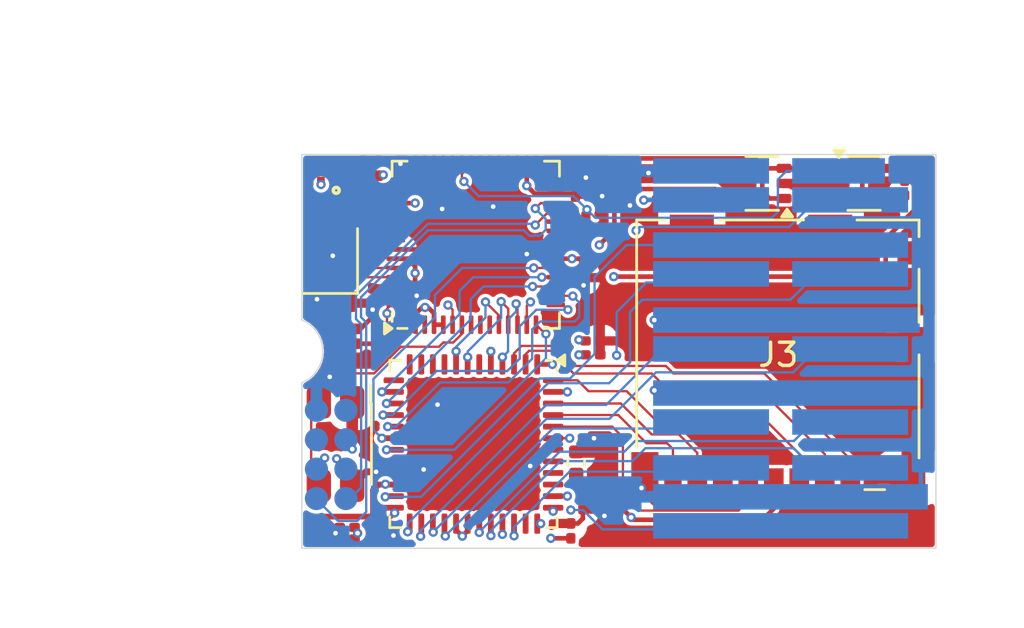
<source format=kicad_pcb>
(kicad_pcb (version 20240108) (generator "pcbnew") (generator_version "8.0")
  (title_block (title "MIG Flashcart") (date "2024-10-06") (rev "1") (company "Carlos Sabogal"))
  (layers (0 "F.Cu" signal) (1 "In1.Cu" signal) (2 "In2.Cu" signal) (31 "B.Cu" signal) (34 "B.Paste" user) (35 "F.Paste" user) (36 "B.SilkS" user "B.Silkscreen") (37 "F.SilkS" user "F.Silkscreen") (38 "B.Mask" user) (39 "F.Mask" user) (44 "Edge.Cuts" user))
  (net 0 "")
  (net 3 "GND")
  (net 6 "VCC")
  (net 7 "GPIO33")
  (net 22 "XTAL_P")
  (net 31 "XTAL_N")
  (net 44 "IOB_9b")
  (net 45 "IOB_3b")
  (net 46 "IOB_0a")
  (net 47 "IOB_6a")
  (net 48 "IOB_5b")
  (net 49 "IOB_4a")
  (net 50 "GPIO10")
  (net 51 "GPIO11")
  (net 52 "GPIO0")
  (net 53 "GPIO14")
  (net 54 "GPIO5")
  (net 55 "GPIO7")
  (net 56 "GPIO6")
  (net 57 "GPIO8")
  (net 58 "GPIO13")
  (net 59 "GPIO12")
  (net 60 "GPIO9")
  (net 61 "GPIO1")
  (net 62 "GPIO20")
  (net 63 "GPIO19")
  (net 64 "IOT_37a")
  (net 65 "IOT_41a")
  (net 66 "IOT_38b")
  (net 67 "IOT_39a")
  (net 68 "IOT_36b")
  (net 69 "IOT_44b")
  (net 70 "IOT_43a")
  (net 71 "IOT_42b")
  (net 72 "+2V5")
  (net 73 "+1V8")
  (net 74 "+1V2")
  (net 75 "CHIP_PU")
  (net 76 "MTDO")
  (net 77 "MTDI")
  (net 78 "MTMS")
  (net 79 "Net-(D1-GK)")
  (net 80 "Net-(D1-RK)")
  (net 81 "Net-(D1-BK)")
  (net 84 "IOT_49a")
  (net 85 "IOT_45a")
  (net 86 "IOT_48b")
  (net 87 "IOT_50b")
  (footprint "Capacitor_SMD:C_0201_0603Metric" (layer "F.Cu") (at 135.3 113.1)
    (property "Reference" "C3" (hide yes))
    (property "Value" "C")
  )
  (footprint "Capacitor_SMD:C_0201_0603Metric" (layer "F.Cu") (at 134.3 104.35 90)
    (property "Reference" "C9" (hide yes))
    (property "Value" "C")
  )
  (footprint "Capacitor_SMD:C_0201_0603Metric" (layer "F.Cu") (at 144.5 105.15)
    (property "Reference" "C8" (hide yes))
    (property "Value" "C")
  )
  (footprint "Capacitor_SMD:C_0201_0603Metric" (layer "F.Cu") (at 154.35 97.5 -90)
    (property "Reference" "C18" (hide yes))
    (property "Value" "1u")
  )
  (footprint "Capacitor_SMD:C_0201_0603Metric" (layer "F.Cu") (at 133.9 112.6 180)
    (property "Reference" "C5" (hide yes))
    (property "Value" "C")
  )
  (footprint "Capacitor_SMD:C_0201_0603Metric" (layer "F.Cu") (at 144.068667 111.491131 -90)
    (property "Reference" "C6" (hide yes))
    (property "Value" "C")
  )
  (footprint "Capacitor_SMD:C_0201_0603Metric" (layer "F.Cu") (at 133.007678 99.067692)
    (property "Reference" "C14" (hide yes))
    (property "Value" "10p")
  )
  (footprint "Capacitor_SMD:C_0201_0603Metric" (layer "F.Cu") (at 135 102.6 -90)
    (property "Reference" "C11" (hide yes))
    (property "Value" "C")
  )
  (footprint "Resistor_SMD:R_0201_0603Metric" (layer "F.Cu") (at 134.6 97.1 90)
    (property "Reference" "R5" (hide yes))
    (property "Value" "330R")
  )
  (footprint "Capacitor_SMD:C_0201_0603Metric" (layer "F.Cu") (at 135.25 97.1 90)
    (property "Reference" "C20" (hide yes))
    (property "Value" "C")
  )
  (footprint "Resistor_SMD:R_0201_0603Metric" (layer "F.Cu") (at 132.25 97.35 90)
    (property "Reference" "R3" (hide yes))
    (property "Value" "330R")
  )
  (footprint "Package_DFN_QFN:QFN-48-1EP_7x7mm_P0.5mm_EP5.15x5.15mm" (layer "F.Cu") (at 139.35 109 -90)
    (property "Reference" "U1" (hide yes))
    (property "Value" "ICE40UP5K-SG48ITR")
  )
  (footprint "Capacitor_SMD:C_0201_0603Metric" (layer "F.Cu") (at 144.5 104.55)
    (property "Reference" "C10" (hide yes))
    (property "Value" "C")
  )
  (footprint "Capacitor_SMD:C_0201_0603Metric" (layer "F.Cu") (at 157.95 97.95 -90)
    (property "Reference" "C19" (hide yes))
    (property "Value" "1u")
  )
  (footprint "MIG Flashcart:SMD4_UHD111A-FKA_CRW" (layer "F.Cu") (at 133.1 97.3 180)
    (property "Reference" "D1" (hide yes))
    (property "Value" "UHD111A-FKA-C3K23E1L3VG5ZB3Z3")
  )
  (footprint "Package_TO_SOT_SMD:SOT-353_SC-70-5" (layer "F.Cu") (at 151.8 97.75 180)
    (property "Reference" "U4" (hide yes))
    (property "Value" "TLV70025_SOT353")
  )
  (footprint "Capacitor_SMD:C_0201_0603Metric" (layer "F.Cu") (at 144.1 101.5 -90)
    (property "Reference" "C12" (hide yes))
    (property "Value" "C")
  )
  (footprint "Package_TO_SOT_SMD:SOT-353_SC-70-5" (layer "F.Cu") (at 156.2 97.75)
    (property "Reference" "U3" (hide yes))
    (property "Value" "TLV70012_SOT353")
  )
  (footprint "Resistor_SMD:R_0201_0603Metric" (layer "F.Cu") (at 135.2 104.35 90)
    (property "Reference" "R1" (hide yes))
    (property "Value" "10k")
  )
  (footprint "Capacitor_SMD:C_0201_0603Metric" (layer "F.Cu") (at 143.75 98 90)
    (property "Reference" "C15" (hide yes))
    (property "Value" "C")
  )
  (footprint "Capacitor_SMD:C_0201_0603Metric" (layer "F.Cu") (at 133.9 113.1 180)
    (property "Reference" "C2" (hide yes))
    (property "Value" "C")
  )
  (footprint "Capacitor_SMD:C_0402_1005Metric" (layer "F.Cu") (at 143.782542 109.821759 90)
    (property "Reference" "C7" (hide yes))
    (property "Value" "C")
  )
  (footprint "Capacitor_SMD:C_0201_0603Metric" (layer "F.Cu") (at 153.7 97.5 -90)
    (property "Reference" "C17" (hide yes))
    (property "Value" "1u")
  )
  (footprint "Capacitor_SMD:C_0201_0603Metric" (layer "F.Cu") (at 149.75 98.4 180)
    (property "Reference" "C16" (hide yes))
    (property "Value" "1u")
  )
  (footprint "Capacitor_SMD:C_0201_0603Metric" (layer "F.Cu") (at 133.61803 99.580487 180)
    (property "Reference" "C13" (hide yes))
    (property "Value" "10p")
  )
  (footprint "Capacitor_SMD:C_0201_0603Metric" (layer "F.Cu") (at 143.55 112.75 90)
    (property "Reference" "C4" (hide yes))
    (property "Value" "C")
  )
  (footprint "Package_DFN_QFN:QFN-56-1EP_7x7mm_P0.4mm_EP4x4mm" (layer "F.Cu") (at 139.45 100.4 90)
    (property "Reference" "U2" (hide yes))
    (property "Value" "ESP32-S2")
  )
  (footprint "Resistor_SMD:R_0201_0603Metric" (layer "F.Cu") (at 134.05 97.65 90)
    (property "Reference" "R4" (hide yes))
    (property "Value" "330R")
  )
  (footprint "Resistor_SMD:R_0201_0603Metric" (layer "F.Cu") (at 144.2 99.5 -90)
    (property "Reference" "R2" (hide yes))
    (property "Value" "1k")
  )
  (footprint "Crystal:Crystal_SMD_SeikoEpson_FA128-4Pin_2.0x1.6mm" (layer "F.Cu") (at 133.15 101.1 90)
    (property "Reference" "Y1" (hide yes))
    (property "Value" "ECS-400-10-37B2-CKY-TR")
  )
  (footprint "Connector_Card:microSD_HC_Molex_104031-0811" (layer "F.Cu") (at 152.5 105.15 180)
    (property "Reference" "J3")
    (property "Value" "1040310811")
  )
  (footprint "Capacitor_SMD:C_0201_0603Metric" (layer "F.Cu") (at 132.75 112.85)
    (property "Reference" "C1" (hide yes))
    (property "Value" "C")
  )
  (footprint "Button_Switch_SMD:SW_SPST_EVQP7A" (layer "F.Cu") (at 133.4 109 -90)
    (property "Reference" "SW1" (hide yes))
    (property "Value" "EVQ-P7A01P")
  )
  (footprint "MIG Flashcart:PinSocket_2x04_P1.27mm_Vertical_SMD" (layer "B.Cu") (at 132.577675 107.543923 180)
    (property "Reference" "J1" (hide yes))
    (property "Value" "Conn_02x04_Counter_Clockwise")
  )
  (footprint "MIG Flashcart:Cartridge_Pins" (layer "B.Cu") (at 153.6 104.9 180)
    (property "Reference" "J2" (hide yes))
    (property "Value" "Conn_01x17")
  )
  (gr_line (start 131.95 103.65) (end 131.95 96.5) (stroke (width 0.05)) (layer "Edge.Cuts"))
  (gr_line (start 131.95 96.5) (end 159.3 96.5) (stroke (width 0.05)) (layer "Edge.Cuts"))
  (gr_arc (start 131.95 103.65) (mid 132.852041 105) (end 131.95 106.35) (stroke (width 0.05)) (layer "Edge.Cuts"))
  (gr_line (start 159.3 96.5) (end 159.3 113.5) (stroke (width 0.05)) (layer "Edge.Cuts"))
  (gr_line (start 131.95 113.5) (end 159.3 113.5) (stroke (width 0.05)) (layer "Edge.Cuts"))
  (gr_line (start 131.95 113.5) (end 131.95 106.35) (stroke (width 0.05)) (layer "Edge.Cuts"))
  (segment (start 138.05 98.8) (end 138 98.85) (width 0.2) (layer "F.Cu") (net 3))
  (segment (start 143.856 112.43) (end 144.068667 112.217333) (width 0.2) (layer "F.Cu") (net 3))
  (segment (start 136.9 102.6) (end 137.25 102.6) (width 0.2) (layer "F.Cu") (net 3))
  (segment (start 133.725 100.375) (end 133.327678 99.977678) (width 0.2) (layer "F.Cu") (net 3))
  (segment (start 134.476 104.03) (end 135 103.506) (width 0.2) (layer "F.Cu") (net 3))
  (segment (start 150.105 111.210303) (end 149.843412 111.471891) (width 0.4) (layer "F.Cu") (net 3))
  (segment (start 134.72 110.2) (end 135.15 110.2) (width 0.3) (layer "F.Cu") (net 3))
  (segment (start 157.95 98.573453) (end 157.511432 99.012021) (width 0.2) (layer "F.Cu") (net 3))
  (segment (start 150.105 110.6) (end 150.105 111.210303) (width 0.4) (layer "F.Cu") (net 3))
  (segment (start 135 103.506) (end 135 103.2) (width 0.2) (layer "F.Cu") (net 3))
  (segment (start 132.575 101.580158) (end 132.575 101.825) (width 0.2) (layer "F.Cu") (net 3))
  (segment (start 134.12 110.8) (end 134.72 110.2) (width 0.3) (layer "F.Cu") (net 3))
  (segment (start 133.281548 100.87361) (end 132.575 101.580158) (width 0.2) (layer "F.Cu") (net 3))
  (segment (start 139.25 100.6) (end 139.45 100.4) (width 0.2) (layer "F.Cu") (net 3))
  (segment (start 144.02 97.68) (end 144.2 97.5) (width 0.2) (layer "F.Cu") (net 3))
  (segment (start 147.186954 111.471891) (end 146.745 111.029937) (width 0.4) (layer "F.Cu") (net 3))
  (segment (start 149.843412 111.471891) (end 147.186954 111.471891) (width 0.4) (layer "F.Cu") (net 3))
  (segment (start 133.281548 100.818452) (end 133.725 100.375) (width 0.2) (layer "F.Cu") (net 3))
  (segment (start 133.327678 99.977678) (end 133.327678 99.067692) (width 0.2) (layer "F.Cu") (net 3))
  (segment (start 157.95 98.27) (end 157.95 98.573453) (width 0.2) (layer "F.Cu") (net 3))
  (segment (start 137.25 102.6) (end 139.45 100.4) (width 0.2) (layer "F.Cu") (net 3))
  (segment (start 135 103.2) (end 135 102.92) (width 0.2) (layer "F.Cu") (net 3))
  (segment (start 136 102.6) (end 136.9 102.6) (width 0.2) (layer "F.Cu") (net 3))
  (segment (start 144.456835 99.82) (end 144.889483 99.387352) (width 0.2) (layer "F.Cu") (net 3))
  (segment (start 144.068667 112.217333) (end 144.068667 111.811131) (width 0.2) (layer "F.Cu") (net 3))
  (segment (start 144.2 99.82) (end 144.456835 99.82) (width 0.2) (layer "F.Cu") (net 3))
  (segment (start 138.05 96.95) (end 138.05 98.8) (width 0.2) (layer "F.Cu") (net 3))
  (segment (start 143.75 97.68) (end 144.02 97.68) (width 0.2) (layer "F.Cu") (net 3))
  (segment (start 136 100.6) (end 139.25 100.6) (width 0.2) (layer "F.Cu") (net 3))
  (segment (start 153.7 97.82) (end 153.7 98.264696) (width 0.2) (layer "F.Cu") (net 3))
  (segment (start 133.281548 100.87361) (end 133.281548 100.818452) (width 0.2) (layer "F.Cu") (net 3))
  (segment (start 153.7 98.264696) (end 153.341837 98.622859) (width 0.2) (layer "F.Cu") (net 3))
  (segment (start 143.55 112.43) (end 143.856 112.43) (width 0.2) (layer "F.Cu") (net 3))
  (segment (start 146.745 111.029937) (end 146.745 110.25) (width 0.4) (layer "F.Cu") (net 3))
  (segment (start 152.75 97.75) (end 155.25 97.75) (width 0.2) (layer "F.Cu") (net 3))
  (segment (start 135.15 110.2) (end 135.15 109.708682) (width 0.3) (layer "F.Cu") (net 3))
  (segment (start 134.3 104.03) (end 134.476 104.03) (width 0.2) (layer "F.Cu") (net 3))
  (via (at 136.2 96.9) (size 0.4) (drill 0.2) (layers "F.Cu" "B.Cu") (net 3))
  (via (at 132.6 102.75) (size 0.4) (drill 0.2) (layers "F.Cu" "B.Cu") (net 3))
  (via (at 135.9 112.95) (size 0.4) (drill 0.2) (layers "F.Cu" "B.Cu") (net 3))
  (via (at 133.281548 100.87361) (size 0.4) (drill 0.2) (layers "F.Cu" "B.Cu") (net 3))
  (via (at 140.2 98.75) (size 0.4) (drill 0.2) (layers "F.Cu" "B.Cu") (net 3))
  (via (at 141.65 100.8) (size 0.4) (drill 0.2) (layers "F.Cu" "B.Cu") (net 3))
  (via (at 137.2 110.1) (size 0.4) (drill 0.2) (layers "F.Cu" "B.Cu") (net 3))
  (via (at 135 103.2) (size 0.4) (drill 0.2) (layers "F.Cu" "B.Cu") (net 3))
  (via (at 133.4 112.85) (size 0.4) (drill 0.2) (layers "F.Cu" "B.Cu") (net 3))
  (via (at 145 112.1) (size 0.4) (drill 0.2) (layers "F.Cu" "B.Cu") (net 3))
  (via (at 144.1 102.15) (size 0.4) (drill 0.2) (layers "F.Cu" "B.Cu") (net 3))
  (via (at 146.6 110.9) (size 0.4) (drill 0.2) (layers "F.Cu" "B.Cu") (net 3))
  (via (at 141.8 109.95) (size 0.4) (drill 0.2) (layers "F.Cu" "B.Cu") (net 3))
  (via (at 144.2 97.5) (size 0.4) (drill 0.2) (layers "F.Cu" "B.Cu") (net 3))
  (via (at 137.8 107.3) (size 0.4) (drill 0.2) (layers "F.Cu" "B.Cu") (net 3))
  (via (at 133.15 106.1) (size 0.4) (drill 0.2) (layers "F.Cu" "B.Cu") (net 3))
  (via (at 138 98.85) (size 0.4) (drill 0.2) (layers "F.Cu" "B.Cu") (net 3))
  (via (at 146.9 97.3) (size 0.4) (drill 0.2) (layers "F.Cu" "B.Cu") (net 3))
  (via (at 135.15 110.2) (size 0.4) (drill 0.2) (layers "F.Cu" "B.Cu") (net 3))
  (via (at 144.9 98.3) (size 0.4) (drill 0.2) (layers "F.Cu" "B.Cu") (net 3))
  (via (at 136.9 102.6) (size 0.4) (drill 0.2) (layers "F.Cu" "B.Cu") (net 3))
  (via (at 144.55 108.75) (size 0.4) (drill 0.2) (layers "F.Cu" "B.Cu") (net 3))
  (via (at 146.1 98.7) (size 0.4) (drill 0.2) (layers "F.Cu" "B.Cu") (net 3))
  (segment (start 158.652031 110.968969) (end 158.652031 109.985385) (width 0.2) (layer "B.Cu") (net 3))
  (segment (start 153.025 111.28) (end 158.341 111.28) (width 0.2) (layer "B.Cu") (net 3))
  (segment (start 158.341 111.28) (end 158.652031 110.968969) (width 0.2) (layer "B.Cu") (net 3))
  (segment (start 151.808118 96.984882) (end 151.923236 97.1) (width 0.2) (layer "F.Cu") (net 6))
  (segment (start 141.65 96.95) (end 141.65 97.85) (width 0.2) (layer "F.Cu") (net 6))
  (segment (start 137.262383 103.102742) (end 137.392742 103.102742) (width 0.2) (layer "F.Cu") (net 6))
  (segment (start 137.65 103.85) (end 138.05 103.85) (width 0.2) (layer "F.Cu") (net 6))
  (segment (start 132.43 112.562577) (end 132.43 112.85) (width 0.25) (layer "F.Cu") (net 6))
  (segment (start 136.833498 101.961725) (end 136.595223 102.2) (width 0.2) (layer "F.Cu") (net 6))
  (segment (start 142.9 101) (end 143.6 101) (width 0.2) (layer "F.Cu") (net 6))
  (segment (start 137.130069 103.102742) (end 137.262383 103.102742) (width 0.2) (layer "F.Cu") (net 6))
  (segment (start 156.123571 98.171606) (end 155.895177 98.4) (width 0.2) (layer "F.Cu") (net 6))
  (segment (start 143.782542 110.301759) (end 143.782542 110.885006) (width 0.2) (layer "F.Cu") (net 6))
  (segment (start 142.9 98.2) (end 143.63 98.2) (width 0.2) (layer "F.Cu") (net 6))
  (segment (start 142 98.2) (end 142.9 98.2) (width 0.2) (layer "F.Cu") (net 6))
  (segment (start 152.75 97.1) (end 155.25 97.1) (width 0.2) (layer "F.Cu") (net 6))
  (segment (start 151.923236 97.1) (end 152.75 97.1) (width 0.2) (layer "F.Cu") (net 6))
  (segment (start 144.0468 98.32) (end 145.697094 96.669706) (width 0.2) (layer "F.Cu") (net 6))
  (segment (start 155.895177 98.4) (end 155.25 98.4) (width 0.2) (layer "F.Cu") (net 6))
  (segment (start 135.018549 110.993661) (end 135.018549 112.034123) (width 0.25) (layer "F.Cu") (net 6))
  (segment (start 143.75 98.32) (end 144.0468 98.32) (width 0.2) (layer "F.Cu") (net 6))
  (segment (start 135.26221 110.75) (end 135.018549 110.993661) (width 0.25) (layer "F.Cu") (net 6))
  (segment (start 135.08 102.2) (end 135 102.28) (width 0.2) (layer "F.Cu") (net 6))
  (segment (start 143.782542 110.885006) (end 144.068667 111.171131) (width 0.2) (layer "F.Cu") (net 6))
  (segment (start 136.833498 101.320941) (end 136.512557 101) (width 0.2) (layer "F.Cu") (net 6))
  (segment (start 143.6 101) (end 143.92 101) (width 0.2) (layer "F.Cu") (net 6))
  (segment (start 141.65 97.85) (end 142 98.2) (width 0.2) (layer "F.Cu") (net 6))
  (segment (start 132.858727 112.13385) (end 132.43 112.562577) (width 0.25) (layer "F.Cu") (net 6))
  (segment (start 136.595223 102.2) (end 136 102.2) (width 0.2) (layer "F.Cu") (net 6))
  (segment (start 135.018549 112.034123) (end 134.918822 112.13385) (width 0.25) (layer "F.Cu") (net 6))
  (segment (start 135.572018 104.67) (end 134.3 104.67) (width 0.2) (layer "F.Cu") (net 6))
  (segment (start 145.156331 111.171131) (end 144.068667 111.171131) (width 0.2) (layer "F.Cu") (net 6))
  (segment (start 146.254973 112.269773) (end 145.156331 111.171131) (width 0.2) (layer "F.Cu") (net 6))
  (segment (start 151.808118 98.087118) (end 152.121 98.4) (width 0.2) (layer "F.Cu") (net 6))
  (segment (start 151.808118 96.984882) (end 151.808118 98.087118) (width 0.2) (layer "F.Cu") (net 6))
  (segment (start 152.121 98.4) (end 152.75 98.4) (width 0.2) (layer "F.Cu") (net 6))
  (segment (start 152.305 110.6) (end 152.305 111.786685) (width 0.2) (layer "F.Cu") (net 6))
  (segment (start 137.392742 103.102742) (end 137.65 103.36) (width 0.2) (layer "F.Cu") (net 6))
  (segment (start 143.92 101) (end 144.1 101.18) (width 0.2) (layer "F.Cu") (net 6))
  (segment (start 136.85 103.382811) (end 137.130069 103.102742) (width 0.2) (layer "F.Cu") (net 6))
  (segment (start 143.63 98.2) (end 143.75 98.32) (width 0.2) (layer "F.Cu") (net 6))
  (segment (start 136.833498 101.625224) (end 136.833498 101.961725) (width 0.2) (layer "F.Cu") (net 6))
  (segment (start 137.65 103.36) (end 137.65 103.85) (width 0.2) (layer "F.Cu") (net 6))
  (segment (start 136 102.2) (end 135.08 102.2) (width 0.2) (layer "F.Cu") (net 6))
  (segment (start 155.25 97.1) (end 155.912 97.1) (width 0.2) (layer "F.Cu") (net 6))
  (segment (start 136.85 103.85) (end 136.85 103.382811) (width 0.2) (layer "F.Cu") (net 6))
  (segment (start 136.85 103.85) (end 136.392018 103.85) (width 0.2) (layer "F.Cu") (net 6))
  (segment (start 142.1 105.5625) (end 142.756355 105.5625) (width 0.2) (layer "F.Cu") (net 6))
  (segment (start 156.123571 97.311571) (end 156.123571 98.171606) (width 0.2) (layer "F.Cu") (net 6))
  (segment (start 151.821912 112.269773) (end 146.254973 112.269773) (width 0.2) (layer "F.Cu") (net 6))
  (segment (start 155.912 97.1) (end 156.123571 97.311571) (width 0.2) (layer "F.Cu") (net 6))
  (segment (start 136.833498 101.625224) (end 136.833498 101.320941) (width 0.2) (layer "F.Cu") (net 6))
  (segment (start 134.918822 112.13385) (end 132.858727 112.13385) (width 0.25) (layer "F.Cu") (net 6))
  (segment (start 136.392018 103.85) (end 135.572018 104.67) (width 0.2) (layer "F.Cu") (net 6))
  (segment (start 151.492942 96.669706) (end 151.808118 96.984882) (width 0.2) (layer "F.Cu") (net 6))
  (segment (start 145.697094 96.669706) (end 151.492942 96.669706) (width 0.2) (layer "F.Cu") (net 6))
  (segment (start 152.305 111.786685) (end 151.821912 112.269773) (width 0.2) (layer "F.Cu") (net 6))
  (segment (start 136 98.6) (end 136.833295 98.6) (width 0.2) (layer "F.Cu") (net 6))
  (segment (start 136.512557 101) (end 136 101) (width 0.2) (layer "F.Cu") (net 6))
  (segment (start 135.9125 110.75) (end 135.26221 110.75) (width 0.25) (layer "F.Cu") (net 6))
  (via (at 141.65 97.85) (size 0.4) (drill 0.2) (layers "F.Cu" "B.Cu") (net 6))
  (via (at 142.756355 105.5625) (size 0.4) (drill 0.2) (layers "F.Cu" "B.Cu") (net 6))
  (via (at 135.459652 97.382816) (size 0.4) (drill 0.2) (layers "F.Cu" "B.Cu") (net 6))
  (via (at 147.15 103.65) (size 0.4) (drill 0.2) (layers "F.Cu" "B.Cu") (net 6))
  (via (at 143.9 105.15) (size 0.4) (drill 0.2) (layers "F.Cu" "B.Cu") (net 6))
  (via (at 136.833295 98.6) (size 0.4) (drill 0.2) (layers "F.Cu" "B.Cu") (net 6))
  (via (at 134.123721 109.21837) (size 0.4) (drill 0.2) (layers "F.Cu" "B.Cu") (net 6))
  (via (at 136.833498 101.625224) (size 0.4) (drill 0.2) (layers "F.Cu" "B.Cu") (net 6))
  (via (at 146.1516 112.1664) (size 0.4) (drill 0.2) (layers "F.Cu" "B.Cu") (net 6))
  (via (at 132.775346 97.796144) (size 0.4) (drill 0.2) (layers "F.Cu" "B.Cu") (net 6))
  (via (at 137.262383 103.102742) (size 0.4) (drill 0.2) (layers "F.Cu" "B.Cu") (net 6))
  (via (at 135.55279 110.735793) (size 0.4) (drill 0.2) (layers "F.Cu" "B.Cu") (net 6))
  (via (at 143.6 101) (size 0.4) (drill 0.2) (layers "F.Cu" "B.Cu") (net 6))
  (segment (start 133.847675 108.813923) (end 133.847675 108.942324) (width 0.2) (layer "B.Cu") (net 6))
  (segment (start 147.15 103.65) (end 152.775 103.65) (width 0.2) (layer "B.Cu") (net 6))
  (segment (start 133.847675 108.942324) (end 134.123721 109.21837) (width 0.2) (layer "B.Cu") (net 6))
  (segment (start 144.2 99.18) (end 144.2 98.927169) (width 0.1) (layer "F.Cu") (net 7))
  (segment (start 138.85 96.95) (end 138.85 97.576128) (width 0.1) (layer "F.Cu") (net 7))
  (segment (start 138.85 97.576128) (end 138.938199 97.664327) (width 0.1) (layer "F.Cu") (net 7))
  (segment (start 144.2 98.927169) (end 144.247425 98.879744) (width 0.1) (layer "F.Cu") (net 7))
  (via (at 144.247425 98.879744) (size 0.4) (drill 0.2) (layers "F.Cu" "B.Cu") (net 7))
  (via (at 138.938199 97.664327) (size 0.4) (drill 0.2) (layers "F.Cu" "B.Cu") (net 7))
  (segment (start 155.1 97.21) (end 152.853 97.21) (width 0.1) (layer "B.Cu") (net 7))
  (segment (start 138.938199 97.664327) (end 139.571872 98.298) (width 0.1) (layer "B.Cu") (net 7))
  (segment (start 152.481824 98.978176) (end 152.225241 99.234759) (width 0.1) (layer "B.Cu") (net 7))
  (segment (start 152.225241 99.234759) (end 144.60244 99.234759) (width 0.1) (layer "B.Cu") (net 7))
  (segment (start 152.853 97.21) (end 152.481824 97.581176) (width 0.1) (layer "B.Cu") (net 7))
  (segment (start 152.481824 97.581176) (end 152.481824 98.978176) (width 0.1) (layer "B.Cu") (net 7))
  (segment (start 139.571872 98.298) (end 143.665681 98.298) (width 0.1) (layer "B.Cu") (net 7))
  (segment (start 144.60244 99.234759) (end 144.247425 98.879744) (width 0.1) (layer "B.Cu") (net 7))
  (segment (start 143.665681 98.298) (end 144.247425 98.879744) (width 0.1) (layer "B.Cu") (net 7))
  (segment (start 133.75 101.8) (end 133.725 101.825) (width 0.1) (layer "F.Cu") (net 22))
  (segment (start 133.93803 99.580487) (end 134.168029 99.580487) (width 0.1) (layer "F.Cu") (net 22))
  (segment (start 136 101.8) (end 133.75 101.8) (width 0.1) (layer "F.Cu") (net 22))
  (segment (start 134.361222 99.77368) (end 134.361222 101.188778) (width 0.1) (layer "F.Cu") (net 22))
  (segment (start 134.168029 99.580487) (end 134.361222 99.77368) (width 0.1) (layer "F.Cu") (net 22))
  (segment (start 134.361222 101.188778) (end 133.725 101.825) (width 0.1) (layer "F.Cu") (net 22))
  (segment (start 132.687678 99.067692) (end 132.687678 98.807922) (width 0.1) (layer "F.Cu") (net 31))
  (segment (start 132.687678 100.262322) (end 132.575 100.375) (width 0.1) (layer "F.Cu") (net 31))
  (segment (start 132.687678 99.067692) (end 132.687678 100.262322) (width 0.1) (layer "F.Cu") (net 31))
  (segment (start 134.856335 99.448735) (end 134.856335 101.131592) (width 0.1) (layer "F.Cu") (net 31))
  (segment (start 134.856335 101.131592) (end 135.124743 101.4) (width 0.1) (layer "F.Cu") (net 31))
  (segment (start 132.842 98.6536) (end 134.0612 98.6536) (width 0.1) (layer "F.Cu") (net 31))
  (segment (start 134.0612 98.6536) (end 134.856335 99.448735) (width 0.1) (layer "F.Cu") (net 31))
  (segment (start 132.687678 98.807922) (end 132.842 98.6536) (width 0.1) (layer "F.Cu") (net 31))
  (segment (start 135.124743 101.4) (end 136 101.4) (width 0.1) (layer "F.Cu") (net 31))
  (segment (start 147.651592 105.630313) (end 143.676353 105.630313) (width 0.1) (layer "F.Cu") (net 44))
  (segment (start 151.895858 105.950639) (end 147.971918 105.950639) (width 0.1) (layer "F.Cu") (net 44))
  (segment (start 155.605 109.659781) (end 151.895858 105.950639) (width 0.1) (layer "F.Cu") (net 44))
  (segment (start 147.971918 105.950639) (end 147.651592 105.630313) (width 0.1) (layer "F.Cu") (net 44))
  (segment (start 141.424338 104.763268) (end 141.1 105.087606) (width 0.1) (layer "F.Cu") (net 44))
  (segment (start 141.1 105.087606) (end 141.1 105.5625) (width 0.1) (layer "F.Cu") (net 44))
  (segment (start 155.605 110.6) (end 155.605 109.659781) (width 0.1) (layer "F.Cu") (net 44))
  (segment (start 143.676353 105.630313) (end 142.809308 104.763268) (width 0.1) (layer "F.Cu") (net 44))
  (segment (start 142.809308 104.763268) (end 141.424338 104.763268) (width 0.1) (layer "F.Cu") (net 44))
  (segment (start 145.796 111.161696) (end 146.507906 111.873602) (width 0.1) (layer "F.Cu") (net 45))
  (segment (start 146.507906 111.873602) (end 150.781639 111.873602) (width 0.1) (layer "F.Cu") (net 45))
  (segment (start 142.7875 108.25) (end 145.334 108.25) (width 0.1) (layer "F.Cu") (net 45))
  (segment (start 145.334 108.25) (end 145.796 108.712) (width 0.1) (layer "F.Cu") (net 45))
  (segment (start 145.796 108.712) (end 145.796 111.161696) (width 0.1) (layer "F.Cu") (net 45))
  (segment (start 151.205 111.450241) (end 151.205 110.6) (width 0.1) (layer "F.Cu") (net 45))
  (segment (start 150.781639 111.873602) (end 151.205 111.450241) (width 0.1) (layer "F.Cu") (net 45))
  (segment (start 149.005 109.381) (end 148.209 108.585) (width 0.1) (layer "F.Cu") (net 46))
  (segment (start 147.039996 108.585) (end 145.704996 107.25) (width 0.1) (layer "F.Cu") (net 46))
  (segment (start 148.209 108.585) (end 147.039996 108.585) (width 0.1) (layer "F.Cu") (net 46))
  (segment (start 145.704996 107.25) (end 142.7875 107.25) (width 0.1) (layer "F.Cu") (net 46))
  (segment (start 149.005 110.6) (end 149.005 109.381) (width 0.1) (layer "F.Cu") (net 46))
  (segment (start 143.121171 105.408475) (end 143.121171 105.402171) (width 0.1) (layer "F.Cu") (net 47))
  (segment (start 147.040573 105.956993) (end 143.669689 105.956993) (width 0.1) (layer "F.Cu") (net 47))
  (segment (start 141.750001 104.975) (end 141.6 105.125001) (width 0.1) (layer "F.Cu") (net 47))
  (segment (start 142.694 104.975) (end 141.750001 104.975) (width 0.1) (layer "F.Cu") (net 47))
  (segment (start 143.669689 105.956993) (end 143.121171 105.408475) (width 0.1) (layer "F.Cu") (net 47))
  (segment (start 154.505 109.438674) (end 151.688558 106.622232) (width 0.1) (layer "F.Cu") (net 47))
  (segment (start 143.121171 105.402171) (end 142.694 104.975) (width 0.1) (layer "F.Cu") (net 47))
  (segment (start 141.6 105.125001) (end 141.6 105.5625) (width 0.1) (layer "F.Cu") (net 47))
  (segment (start 147.705812 106.622232) (end 147.040573 105.956993) (width 0.1) (layer "F.Cu") (net 47))
  (segment (start 151.688558 106.622232) (end 147.705812 106.622232) (width 0.1) (layer "F.Cu") (net 47))
  (segment (start 154.505 110.6) (end 154.505 109.438674) (width 0.1) (layer "F.Cu") (net 47))
  (segment (start 142.7875 107.75) (end 145.596 107.75) (width 0.1) (layer "F.Cu") (net 48))
  (segment (start 147.701 108.966) (end 147.955 109.22) (width 0.1) (layer "F.Cu") (net 48))
  (segment (start 145.596 107.75) (end 146.812 108.966) (width 0.1) (layer "F.Cu") (net 48))
  (segment (start 147.955 109.22) (end 147.955 110.6) (width 0.1) (layer "F.Cu") (net 48))
  (segment (start 146.812 108.966) (end 147.701 108.966) (width 0.1) (layer "F.Cu") (net 48))
  (segment (start 145.9608 106.720165) (end 144.312165 106.720165) (width 0.1) (layer "F.Cu") (net 49))
  (segment (start 143.842 106.25) (end 142.7875 106.25) (width 0.1) (layer "F.Cu") (net 49))
  (segment (start 153.405 110.6) (end 153.405 109.427997) (width 0.1) (layer "F.Cu") (net 49))
  (segment (start 147.272462 108.031827) (end 145.9608 106.720165) (width 0.1) (layer "F.Cu") (net 49))
  (segment (start 152.00883 108.031827) (end 147.272462 108.031827) (width 0.1) (layer "F.Cu") (net 49))
  (segment (start 153.405 109.427997) (end 152.00883 108.031827) (width 0.1) (layer "F.Cu") (net 49))
  (segment (start 144.312165 106.720165) (end 143.842 106.25) (width 0.1) (layer "F.Cu") (net 49))
  (segment (start 142.9 103) (end 143.220585 103) (width 0.1) (layer "F.Cu") (net 50))
  (segment (start 143.220585 103) (end 143.424938 103.204353) (width 0.1) (layer "F.Cu") (net 50))
  (segment (start 135.45 107.75) (end 135.9125 107.75) (width 0.1) (layer "F.Cu") (net 50))
  (via (at 135.45 107.75) (size 0.4) (drill 0.2) (layers "F.Cu" "B.Cu") (net 50))
  (via (at 143.424938 103.204353) (size 0.4) (drill 0.2) (layers "F.Cu" "B.Cu") (net 50))
  (segment (start 137.761423 105.84562) (end 140.812535 105.84562) (width 0.1) (layer "B.Cu") (net 50))
  (segment (start 141.344525 105.31363) (end 141.344525 103.920439) (width 0.1) (layer "B.Cu") (net 50))
  (segment (start 141.344525 103.920439) (end 142.060611 103.204353) (width 0.1) (layer "B.Cu") (net 50))
  (segment (start 142.060611 103.204353) (end 143.424938 103.204353) (width 0.1) (layer "B.Cu") (net 50))
  (segment (start 135.857043 107.75) (end 137.761423 105.84562) (width 0.1) (layer "B.Cu") (net 50))
  (segment (start 140.812535 105.84562) (end 141.344525 105.31363) (width 0.1) (layer "B.Cu") (net 50))
  (segment (start 135.45 107.75) (end 135.857043 107.75) (width 0.1) (layer "B.Cu") (net 50))
  (segment (start 135.65 108.25) (end 135.9125 108.25) (width 0.1) (layer "F.Cu") (net 51))
  (segment (start 142.9 102.6) (end 143.621 102.6) (width 0.1) (layer "F.Cu") (net 51))
  (segment (start 143.621 102.6) (end 143.637 102.616) (width 0.1) (layer "F.Cu") (net 51))
  (via (at 135.65 108.25) (size 0.4) (drill 0.2) (layers "F.Cu" "B.Cu") (net 51))
  (via (at 143.637 102.616) (size 0.4) (drill 0.2) (layers "F.Cu" "B.Cu") (net 51))
  (segment (start 137.914115 106.340346) (end 140.860473 106.340346) (width 0.1) (layer "B.Cu") (net 51))
  (segment (start 143.910367 103.513032) (end 143.910367 102.889367) (width 0.1) (layer "B.Cu") (net 51))
  (segment (start 135.65 108.25) (end 136.004461 108.25) (width 0.1) (layer "B.Cu") (net 51))
  (segment (start 141.884205 104.054471) (end 142.22624 103.712436) (width 0.1) (layer "B.Cu") (net 51))
  (segment (start 136.004461 108.25) (end 137.914115 106.340346) (width 0.1) (layer "B.Cu") (net 51))
  (segment (start 143.910367 102.889367) (end 143.637 102.616) (width 0.1) (layer "B.Cu") (net 51))
  (segment (start 141.884205 105.316614) (end 141.884205 104.054471) (width 0.1) (layer "B.Cu") (net 51))
  (segment (start 140.860473 106.340346) (end 141.884205 105.316614) (width 0.1) (layer "B.Cu") (net 51))
  (segment (start 142.22624 103.712436) (end 143.710963 103.712436) (width 0.1) (layer "B.Cu") (net 51))
  (segment (start 143.710963 103.712436) (end 143.910367 103.513032) (width 0.1) (layer "B.Cu") (net 51))
  (segment (start 138.45 103.85) (end 138.45 103.199836) (width 0.1) (layer "F.Cu") (net 52))
  (segment (start 138.45 103.199836) (end 138.251263 103.001099) (width 0.1) (layer "F.Cu") (net 52))
  (via (at 133.451988 109.636416) (size 0.4) (drill 0.2) (layers "F.Cu" "B.Cu") (net 52))
  (via (at 138.251263 103.001099) (size 0.4) (drill 0.2) (layers "F.Cu" "B.Cu") (net 52))
  (segment (start 133.847675 110.032103) (end 133.451988 109.636416) (width 0.2) (layer "B.Cu") (net 52))
  (segment (start 133.847675 110.083923) (end 133.847675 110.032103) (width 0.2) (layer "B.Cu") (net 52))
  (segment (start 142.9 101.4) (end 141.95 101.4) (width 0.1) (layer "F.Cu") (net 53))
  (via (at 135.4 108.75) (size 0.4) (drill 0.2) (layers "F.Cu" "B.Cu") (net 53))
  (via (at 141.95 101.4) (size 0.4) (drill 0.2) (layers "F.Cu" "B.Cu") (net 53))
  (segment (start 135.036584 108.386584) (end 135.4 108.75) (width 0.1) (layer "B.Cu") (net 53))
  (segment (start 141.95 101.4) (end 138.859791 101.4) (width 0.1) (layer "B.Cu") (net 53))
  (segment (start 137.688892 103.537653) (end 135.036584 106.189961) (width 0.1) (layer "B.Cu") (net 53))
  (segment (start 137.688892 102.570899) (end 137.688892 103.537653) (width 0.1) (layer "B.Cu") (net 53))
  (segment (start 135.036584 106.189961) (end 135.036584 108.386584) (width 0.1) (layer "B.Cu") (net 53))
  (segment (start 138.859791 101.4) (end 137.688892 102.570899) (width 0.1) (layer "B.Cu") (net 53))
  (segment (start 140.45 103.450138) (end 139.869115 102.869253) (width 0.1) (layer "F.Cu") (net 54))
  (segment (start 140.45 103.85) (end 140.45 103.450138) (width 0.1) (layer "F.Cu") (net 54))
  (via (at 138.6 105) (size 0.4) (drill 0.2) (layers "F.Cu" "B.Cu") (net 54))
  (via (at 139.869115 102.869253) (size 0.4) (drill 0.2) (layers "F.Cu" "B.Cu") (net 54))
  (segment (start 139.869115 102.869253) (end 139.869115 103.539709) (width 0.1) (layer "B.Cu") (net 54))
  (segment (start 138.6 104.808824) (end 138.6 105) (width 0.1) (layer "B.Cu") (net 54))
  (segment (start 139.869115 103.539709) (end 138.6 104.808824) (width 0.1) (layer "B.Cu") (net 54))
  (segment (start 140.6 105.25) (end 140.6 105.5625) (width 0.1) (layer "F.Cu") (net 55))
  (segment (start 141.25 103.006876) (end 141.190523 102.947399) (width 0.1) (layer "F.Cu") (net 55))
  (segment (start 141.25 103.85) (end 141.25 103.006876) (width 0.1) (layer "F.Cu") (net 55))
  (via (at 141.190523 102.947399) (size 0.4) (drill 0.2) (layers "F.Cu" "B.Cu") (net 55))
  (via (at 140.6 105.25) (size 0.4) (drill 0.2) (layers "F.Cu" "B.Cu") (net 55))
  (segment (start 140.843 103.628266) (end 140.843 105.007) (width 0.1) (layer "B.Cu") (net 55))
  (segment (start 141.190523 103.280743) (end 140.843 103.628266) (width 0.1) (layer "B.Cu") (net 55))
  (segment (start 140.843 105.007) (end 140.6 105.25) (width 0.1) (layer "B.Cu") (net 55))
  (segment (start 141.190523 102.947399) (end 141.190523 103.280743) (width 0.1) (layer "B.Cu") (net 55))
  (segment (start 140.85 103.158917) (end 140.543658 102.852575) (width 0.1) (layer "F.Cu") (net 56))
  (segment (start 140.85 103.85) (end 140.85 103.158917) (width 0.1) (layer "F.Cu") (net 56))
  (via (at 139.1 105.25) (size 0.4) (drill 0.2) (layers "F.Cu" "B.Cu") (net 56))
  (via (at 140.543658 102.852575) (size 0.4) (drill 0.2) (layers "F.Cu" "B.Cu") (net 56))
  (segment (start 140.543658 103.561879) (end 139.1 105.005537) (width 0.1) (layer "B.Cu") (net 56))
  (segment (start 140.543658 102.852575) (end 140.543658 103.561879) (width 0.1) (layer "B.Cu") (net 56))
  (segment (start 139.1 105.005537) (end 139.1 105.25) (width 0.1) (layer "B.Cu") (net 56))
  (segment (start 142.7875 106.75) (end 143.4 106.75) (width 0.1) (layer "F.Cu") (net 57))
  (segment (start 141.65 103.027332) (end 141.808468 102.868864) (width 0.1) (layer "F.Cu") (net 57))
  (segment (start 141.65 103.85) (end 141.65 103.027332) (width 0.1) (layer "F.Cu") (net 57))
  (via (at 143.4 106.75) (size 0.4) (drill 0.2) (layers "F.Cu" "B.Cu") (net 57))
  (via (at 141.808468 102.868864) (size 0.4) (drill 0.2) (layers "F.Cu" "B.Cu") (net 57))
  (segment (start 142.9 101.8) (end 142.3 101.8) (width 0.1) (layer "F.Cu") (net 58))
  (segment (start 135.9125 106.75) (end 135.4 106.75) (width 0.1) (layer "F.Cu") (net 58))
  (via (at 142.3 101.8) (size 0.4) (drill 0.2) (layers "F.Cu" "B.Cu") (net 58))
  (via (at 135.4 106.75) (size 0.4) (drill 0.2) (layers "F.Cu" "B.Cu") (net 58))
  (segment (start 139.341583 101.8) (end 142.3 101.8) (width 0.1) (layer "B.Cu") (net 58))
  (segment (start 138.749887 102.391696) (end 139.341583 101.8) (width 0.1) (layer "B.Cu") (net 58))
  (segment (start 135.4 106.75) (end 138.749887 103.400113) (width 0.1) (layer "B.Cu") (net 58))
  (segment (start 138.749887 103.400113) (end 138.749887 102.391696) (width 0.1) (layer "B.Cu") (net 58))
  (segment (start 142.9 102.2) (end 141.9 102.2) (width 0.1) (layer "F.Cu") (net 59))
  (segment (start 135.9125 107.25) (end 135.6 107.25) (width 0.1) (layer "F.Cu") (net 59))
  (via (at 135.6 107.25) (size 0.4) (drill 0.2) (layers "F.Cu" "B.Cu") (net 59))
  (via (at 141.9 102.2) (size 0.4) (drill 0.2) (layers "F.Cu" "B.Cu") (net 59))
  (segment (start 139.228578 103.621422) (end 139.228578 102.747597) (width 0.1) (layer "B.Cu") (net 59))
  (segment (start 139.776175 102.2) (end 141.9 102.2) (width 0.1) (layer "B.Cu") (net 59))
  (segment (start 135.6 107.25) (end 139.228578 103.621422) (width 0.1) (layer "B.Cu") (net 59))
  (segment (start 139.228578 102.747597) (end 139.776175 102.2) (width 0.1) (layer "B.Cu") (net 59))
  (segment (start 135.6 109.25) (end 135.9125 109.25) (width 0.1) (layer "F.Cu") (net 60))
  (segment (start 142.445842 104.245842) (end 142.05 103.85) (width 0.1) (layer "F.Cu") (net 60))
  (segment (start 142.476421 104.245842) (end 142.445842 104.245842) (width 0.1) (layer "F.Cu") (net 60))
  (via (at 142.476421 104.245842) (size 0.4) (drill 0.2) (layers "F.Cu" "B.Cu") (net 60))
  (via (at 135.6 109.25) (size 0.4) (drill 0.2) (layers "F.Cu" "B.Cu") (net 60))
  (segment (start 135.6 109.25) (end 138.527 109.25) (width 0.1) (layer "B.Cu") (net 60))
  (segment (start 138.527 109.25) (end 142.476421 105.300579) (width 0.1) (layer "B.Cu") (net 60))
  (segment (start 142.476421 105.300579) (end 142.476421 104.245842) (width 0.1) (layer "B.Cu") (net 60))
  (segment (start 132.351825 107.528175) (end 132.68 107.2) (width 0.1) (layer "F.Cu") (net 61))
  (segment (start 136.2177 104.801071) (end 137.866824 104.801071) (width 0.1) (layer "F.Cu") (net 61))
  (segment (start 132.68 107.2) (end 133.930624 105.949376) (width 0.1) (layer "F.Cu") (net 61))
  (segment (start 138.479648 104.617586) (end 138.85 104.247234) (width 0.1) (layer "F.Cu") (net 61))
  (segment (start 132.351825 110.471825) (end 132.351825 107.528175) (width 0.1) (layer "F.Cu") (net 61))
  (segment (start 135.069395 105.949376) (end 136.2177 104.801071) (width 0.1) (layer "F.Cu") (net 61))
  (segment (start 138.85 104.247234) (end 138.85 103.85) (width 0.1) (layer "F.Cu") (net 61))
  (segment (start 132.68 110.8) (end 132.351825 110.471825) (width 0.1) (layer "F.Cu") (net 61))
  (segment (start 133.930624 105.949376) (end 135.069395 105.949376) (width 0.1) (layer "F.Cu") (net 61))
  (segment (start 137.866824 104.801071) (end 138.050309 104.617586) (width 0.1) (layer "F.Cu") (net 61))
  (segment (start 138.050309 104.617586) (end 138.479648 104.617586) (width 0.1) (layer "F.Cu") (net 61))
  (segment (start 142.250517 98.6) (end 142.016616 98.833901) (width 0.1) (layer "F.Cu") (net 62))
  (segment (start 142.9 98.6) (end 142.250517 98.6) (width 0.1) (layer "F.Cu") (net 62))
  (via (at 142.016616 98.833901) (size 0.4) (drill 0.2) (layers "F.Cu" "B.Cu") (net 62))
  (segment (start 133.511428 112.321428) (end 134.335807 112.321428) (width 0.1) (layer "B.Cu") (net 62))
  (segment (start 142.210664 100.008739) (end 142.465777 99.753626) (width 0.1) (layer "B.Cu") (net 62))
  (segment (start 134.724101 103.746746) (end 134.500169 103.522814) (width 0.1) (layer "B.Cu") (net 62))
  (segment (start 137.38814 99.772953) (end 141.526046 99.772953) (width 0.1) (layer "B.Cu") (net 62))
  (segment (start 134.500169 103.522814) (end 134.500169 102.660924) (width 0.1) (layer "B.Cu") (net 62))
  (segment (start 141.761832 100.008739) (end 142.210664 100.008739) (width 0.1) (layer "B.Cu") (net 62))
  (segment (start 134.500169 102.660924) (end 137.38814 99.772953) (width 0.1) (layer "B.Cu") (net 62))
  (segment (start 132.65 111.46) (end 133.511428 112.321428) (width 0.1) (layer "B.Cu") (net 62))
  (segment (start 134.724101 111.933134) (end 134.724101 103.746746) (width 0.1) (layer "B.Cu") (net 62))
  (segment (start 142.465777 99.753626) (end 142.465777 99.283062) (width 0.1) (layer "B.Cu") (net 62))
  (segment (start 141.526046 99.772953) (end 141.761832 100.008739) (width 0.1) (layer "B.Cu") (net 62))
  (segment (start 134.335807 112.321428) (end 134.724101 111.933134) (width 0.1) (layer "B.Cu") (net 62))
  (segment (start 142.465777 99.283062) (end 142.016616 98.833901) (width 0.1) (layer "B.Cu") (net 62))
  (segment (start 142.9 99) (end 142.562602 99) (width 0.1) (layer "F.Cu") (net 63))
  (segment (start 142.562602 99) (end 142.015777 99.546825) (width 0.1) (layer "F.Cu") (net 63))
  (via (at 142.015777 99.546825) (size 0.4) (drill 0.2) (layers "F.Cu" "B.Cu") (net 63))
  (segment (start 133.92 111.46) (end 134.504014 110.875986) (width 0.1) (layer "B.Cu") (net 63))
  (segment (start 134.284033 103.604257) (end 134.284033 102.594218) (width 0.1) (layer "B.Cu") (net 63))
  (segment (start 134.504014 103.824238) (end 134.284033 103.604257) (width 0.1) (layer "B.Cu") (net 63))
  (segment (start 141.964377 99.495425) (end 142.015777 99.546825) (width 0.1) (layer "B.Cu") (net 63))
  (segment (start 134.504014 110.875986) (end 134.504014 103.824238) (width 0.1) (layer "B.Cu") (net 63))
  (segment (start 137.382826 99.495425) (end 141.964377 99.495425) (width 0.1) (layer "B.Cu") (net 63))
  (segment (start 134.284033 102.594218) (end 137.382826 99.495425) (width 0.1) (layer "B.Cu") (net 63))
  (segment (start 135.9125 111.25) (end 135.575188 111.25) (width 0.1) (layer "F.Cu") (net 64))
  (segment (start 135.575188 111.25) (end 135.545669 111.279519) (width 0.1) (layer "F.Cu") (net 64))
  (via (at 135.545669 111.279519) (size 0.4) (drill 0.2) (layers "F.Cu" "B.Cu") (net 64))
  (segment (start 137.094791 111.279519) (end 142.202204 106.172106) (width 0.1) (layer "B.Cu") (net 64))
  (segment (start 144.575222 101.788156) (end 145.953378 100.41) (width 0.1) (layer "B.Cu") (net 64))
  (segment (start 142.202204 106.172106) (end 143.516195 106.172106) (width 0.1) (layer "B.Cu") (net 64))
  (segment (start 145.953378 100.41) (end 152.6 100.41) (width 0.1) (layer "B.Cu") (net 64))
  (segment (start 144.575222 105.113079) (end 144.575222 101.788156) (width 0.1) (layer "B.Cu") (net 64))
  (segment (start 135.545669 111.279519) (end 137.094791 111.279519) (width 0.1) (layer "B.Cu") (net 64))
  (segment (start 143.516195 106.172106) (end 144.575222 105.113079) (width 0.1) (layer "B.Cu") (net 64))
  (via (at 138.137394 112.972701) (size 0.4) (drill 0.2) (layers "F.Cu" "B.Cu") (net 65))
  (segment (start 138.137394 112.961695) (end 142.768089 108.331) (width 0.1) (layer "B.Cu") (net 65))
  (segment (start 138.137394 112.972701) (end 138.137394 112.961695) (width 0.1) (layer "B.Cu") (net 65))
  (segment (start 142.768089 108.331) (end 149.319 108.331) (width 0.1) (layer "B.Cu") (net 65))
  (segment (start 149.319 108.331) (end 149.6 108.05) (width 0.1) (layer "B.Cu") (net 65))
  (via (at 137.614851 112.804338) (size 0.4) (drill 0.2) (layers "F.Cu" "B.Cu") (net 66))
  (segment (start 154.150407 104.9) (end 155.6 104.9) (width 0.1) (layer "B.Cu") (net 66))
  (segment (start 145.217543 107.911363) (end 147.222316 105.90659) (width 0.1) (layer "B.Cu") (net 66))
  (segment (start 153.143817 105.90659) (end 154.150407 104.9) (width 0.1) (layer "B.Cu") (net 66))
  (segment (start 137.614851 112.804338) (end 137.614851 112.794945) (width 0.1) (layer "B.Cu") (net 66))
  (segment (start 137.614851 112.794945) (end 142.498433 107.911363) (width 0.1) (layer "B.Cu") (net 66))
  (segment (start 142.498433 107.911363) (end 145.217543 107.911363) (width 0.1) (layer "B.Cu") (net 66))
  (segment (start 147.222316 105.90659) (end 153.143817 105.90659) (width 0.1) (layer "B.Cu") (net 66))
  (via (at 137.069573 112.982767) (size 0.4) (drill 0.2) (layers "F.Cu" "B.Cu") (net 67))
  (segment (start 137.069573 112.733703) (end 142.495798 107.307478) (width 0.1) (layer "B.Cu") (net 67))
  (segment (start 147.484174 104.9) (end 149.6 104.9) (width 0.1) (layer "B.Cu") (net 67))
  (segment (start 142.495798 107.307478) (end 145.076696 107.307478) (width 0.1) (layer "B.Cu") (net 67))
  (segment (start 145.076696 107.307478) (end 147.484174 104.9) (width 0.1) (layer "B.Cu") (net 67))
  (segment (start 137.069573 112.982767) (end 137.069573 112.733703) (width 0.1) (layer "B.Cu") (net 67))
  (via (at 136.513332 112.787667) (size 0.4) (drill 0.2) (layers "F.Cu" "B.Cu") (net 68))
  (segment (start 145.202891 106.3752) (end 146.103491 105.4746) (width 0.1) (layer "B.Cu") (net 68))
  (segment (start 142.564657 106.3752) (end 145.202891 106.3752) (width 0.1) (layer "B.Cu") (net 68))
  (segment (start 146.103491 103.299932) (end 146.631464 102.771959) (width 0.1) (layer "B.Cu") (net 68))
  (segment (start 153.023763 102.771959) (end 154.135722 101.66) (width 0.1) (layer "B.Cu") (net 68))
  (segment (start 146.103491 105.4746) (end 146.103491 103.299932) (width 0.1) (layer "B.Cu") (net 68))
  (segment (start 136.513332 112.787667) (end 136.513332 112.426525) (width 0.1) (layer "B.Cu") (net 68))
  (segment (start 136.513332 112.426525) (end 142.564657 106.3752) (width 0.1) (layer "B.Cu") (net 68))
  (segment (start 146.631464 102.771959) (end 153.023763 102.771959) (width 0.1) (layer "B.Cu") (net 68))
  (segment (start 154.135722 101.66) (end 155.6 101.66) (width 0.1) (layer "B.Cu") (net 68))
  (via (at 141.100726 112.962504) (size 0.4) (drill 0.2) (layers "F.Cu" "B.Cu") (net 69))
  (segment (start 141.100726 112.584959) (end 143.492812 110.192873) (width 0.1) (layer "B.Cu") (net 69))
  (segment (start 143.492812 110.192873) (end 149.437127 110.192873) (width 0.1) (layer "B.Cu") (net 69))
  (segment (start 149.437127 110.192873) (end 149.6 110.03) (width 0.1) (layer "B.Cu") (net 69))
  (segment (start 141.100726 112.962504) (end 141.100726 112.584959) (width 0.1) (layer "B.Cu") (net 69))
  (via (at 140.102843 112.953268) (size 0.4) (drill 0.2) (layers "F.Cu" "B.Cu") (net 70))
  (segment (start 146.768909 109.180926) (end 153.164308 109.180926) (width 0.1) (layer "B.Cu") (net 70))
  (segment (start 153.164308 109.180926) (end 154.013382 110.03) (width 0.1) (layer "B.Cu") (net 70))
  (segment (start 146.21066 109.739175) (end 146.768909 109.180926) (width 0.1) (layer "B.Cu") (net 70))
  (segment (start 140.102843 112.727634) (end 143.091302 109.739175) (width 0.1) (layer "B.Cu") (net 70))
  (segment (start 154.013382 110.03) (end 155.6 110.03) (width 0.1) (layer "B.Cu") (net 70))
  (segment (start 143.091302 109.739175) (end 146.21066 109.739175) (width 0.1) (layer "B.Cu") (net 70))
  (segment (start 140.102843 112.953268) (end 140.102843 112.727634) (width 0.1) (layer "B.Cu") (net 70))
  (via (at 139.600792 112.81447) (size 0.4) (drill 0.2) (layers "F.Cu" "B.Cu") (net 71))
  (segment (start 145.857475 109.332763) (end 146.318438 108.8718) (width 0.1) (layer "B.Cu") (net 71))
  (segment (start 146.318438 108.8718) (end 153.171164 108.8718) (width 0.1) (layer "B.Cu") (net 71))
  (segment (start 153.992964 108.05) (end 155.6 108.05) (width 0.1) (layer "B.Cu") (net 71))
  (segment (start 143.062945 109.332763) (end 145.857475 109.332763) (width 0.1) (layer "B.Cu") (net 71))
  (segment (start 139.600792 112.81447) (end 139.600792 112.794916) (width 0.1) (layer "B.Cu") (net 71))
  (segment (start 139.600792 112.794916) (end 143.062945 109.332763) (width 0.1) (layer "B.Cu") (net 71))
  (segment (start 153.171164 108.8718) (end 153.992964 108.05) (width 0.1) (layer "B.Cu") (net 71))
  (segment (start 149.7838 97.9932) (end 145.837413 97.9932) (width 0.2) (layer "F.Cu") (net 72))
  (segment (start 150.07 98.4) (end 150.85 98.4) (width 0.2) (layer "F.Cu") (net 72))
  (segment (start 145.837413 97.9932) (end 145.429885 98.400728) (width 0.2) (layer "F.Cu") (net 72))
  (segment (start 134.98 112.941814) (end 134.98 113.1) (width 0.2) (layer "F.Cu") (net 72))
  (segment (start 135.95004 111.971774) (end 134.98 112.941814) (width 0.2) (layer "F.Cu") (net 72))
  (segment (start 150.07 98.4) (end 150.07 98.2794) (width 0.2) (layer "F.Cu") (net 72))
  (segment (start 145.429885 99.756315) (end 144.78 100.4062) (width 0.2) (layer "F.Cu") (net 72))
  (segment (start 150.07 98.2794) (end 149.7838 97.9932) (width 0.2) (layer "F.Cu") (net 72))
  (segment (start 135.95004 111.78754) (end 135.9125 111.75) (width 0.2) (layer "F.Cu") (net 72))
  (segment (start 145.429885 98.400728) (end 145.429885 99.756315) (width 0.2) (layer "F.Cu") (net 72))
  (segment (start 135.95004 111.971774) (end 135.95004 111.78754) (width 0.2) (layer "F.Cu") (net 72))
  (via (at 135.95004 111.971774) (size 0.4) (drill 0.2) (layers "F.Cu" "B.Cu") (net 72))
  (via (at 144.78 100.4062) (size 0.4) (drill 0.2) (layers "F.Cu" "B.Cu") (net 72))
  (segment (start 140.6 112.4375) (end 140.6 112.9) (width 0.2) (layer "F.Cu") (net 73))
  (segment (start 142.6864 113.07) (end 143.55 113.07) (width 0.2) (layer "F.Cu") (net 73))
  (via (at 140.6 112.9) (size 0.4) (drill 0.2) (layers "F.Cu" "B.Cu") (net 73))
  (via (at 147.1526 106.683648) (size 0.4) (drill 0.2) (layers "F.Cu" "B.Cu") (net 73))
  (via (at 142.6864 113.07) (size 0.4) (drill 0.2) (layers "F.Cu" "B.Cu") (net 73))
  (segment (start 147.1526 106.683648) (end 152.658648 106.683648) (width 0.2) (layer "B.Cu") (net 73))
  (segment (start 152.658648 106.683648) (end 152.775 106.8) (width 0.2) (layer "B.Cu") (net 73))
  (segment (start 138.6 112.706117) (end 138.6 112.4375) (width 0.2) (layer "F.Cu") (net 74))
  (segment (start 156.930221 101.774883) (end 157.132187 101.572917) (width 0.2) (layer "F.Cu") (net 74))
  (segment (start 157.15 97.1) (end 157.695611 97.1) (width 0.2) (layer "F.Cu") (net 74))
  (segment (start 157.132187 100.137181) (end 158.52577 98.743598) (width 0.2) (layer "F.Cu") (net 74))
  (segment (start 157.95 97.354389) (end 157.95 97.63) (width 0.2) (layer "F.Cu") (net 74))
  (segment (start 138.869821 112.975938) (end 138.6 112.706117) (width 0.2) (layer "F.Cu") (net 74))
  (segment (start 140.1 105.5625) (end 140.1 105) (width 0.2) (layer "F.Cu") (net 74))
  (segment (start 139.1 112.745759) (end 138.869821 112.975938) (width 0.2) (layer "F.Cu") (net 74))
  (segment (start 157.132187 101.572917) (end 157.132187 100.137181) (width 0.2) (layer "F.Cu") (net 74))
  (segment (start 139.1 112.4375) (end 139.1 112.745759) (width 0.2) (layer "F.Cu") (net 74))
  (segment (start 156.930221 101.774883) (end 145.4 101.774883) (width 0.2) (layer "F.Cu") (net 74))
  (segment (start 158.275515 97.63) (end 157.95 97.63) (width 0.2) (layer "F.Cu") (net 74))
  (segment (start 157.695611 97.1) (end 157.95 97.354389) (width 0.2) (layer "F.Cu") (net 74))
  (segment (start 158.52577 97.880255) (end 158.275515 97.63) (width 0.2) (layer "F.Cu") (net 74))
  (segment (start 158.52577 98.743598) (end 158.52577 97.880255) (width 0.2) (layer "F.Cu") (net 74))
  (via (at 145.4 101.774883) (size 0.4) (drill 0.2) (layers "F.Cu" "B.Cu") (net 74))
  (via (at 143.9 104.5) (size 0.4) (drill 0.2) (layers "F.Cu" "B.Cu") (net 74))
  (via (at 138.869821 112.975938) (size 0.4) (drill 0.2) (layers "F.Cu" "B.Cu") (net 74))
  (via (at 140.1 105) (size 0.4) (drill 0.2) (layers "F.Cu" "B.Cu") (net 74))
  (via (at 134.35 112.85) (size 0.4) (drill 0.2) (layers "F.Cu" "B.Cu") (net 74))
  (segment (start 135.5174 104.03) (end 135.2 104.03) (width 0.1) (layer "F.Cu") (net 75))
  (segment (start 135.62137 103.92603) (end 135.5174 104.03) (width 0.1) (layer "F.Cu") (net 75))
  (segment (start 135.62137 103.36247) (end 135.62137 103.92603) (width 0.1) (layer "F.Cu") (net 75))
  (segment (start 135.62137 103.16403) (end 135.7854 103) (width 0.1) (layer "F.Cu") (net 75))
  (segment (start 135.7854 103) (end 136 103) (width 0.1) (layer "F.Cu") (net 75))
  (segment (start 135.62137 103.36247) (end 135.62137 103.16403) (width 0.1) (layer "F.Cu") (net 75))
  (via (at 132.930323 109.604259) (size 0.4) (drill 0.2) (layers "F.Cu" "B.Cu") (net 75))
  (via (at 135.62137 103.36247) (size 0.4) (drill 0.2) (layers "F.Cu" "B.Cu") (net 75))
  (segment (start 132.577675 110.083923) (end 132.577675 109.956907) (width 0.2) (layer "B.Cu") (net 75))
  (segment (start 132.577675 109.956907) (end 132.930323 109.604259) (width 0.2) (layer "B.Cu") (net 75))
  (segment (start 136 98.2) (end 135.38 98.2) (width 0.1) (layer "F.Cu") (net 76))
  (segment (start 135.38 98.2) (end 134.6 97.42) (width 0.1) (layer "F.Cu") (net 76))
  (segment (start 134.419 97.97) (end 134.05 97.97) (width 0.1) (layer "F.Cu") (net 77))
  (segment (start 136 99) (end 135.449 99) (width 0.1) (layer "F.Cu") (net 77))
  (segment (start 135.449 99) (end 134.419 97.97) (width 0.1) (layer "F.Cu") (net 77))
  (segment (start 136 99.4) (end 135.3918 99.4) (width 0.1) (layer "F.Cu") (net 78))
  (segment (start 132.25 98.1632) (end 132.25 97.67) (width 0.1) (layer "F.Cu") (net 78))
  (segment (start 132.5118 98.425) (end 132.25 98.1632) (width 0.1) (layer "F.Cu") (net 78))
  (segment (start 135.3918 99.4) (end 134.4168 98.425) (width 0.1) (layer "F.Cu") (net 78))
  (segment (start 134.4168 98.425) (end 132.5118 98.425) (width 0.1) (layer "F.Cu") (net 78))
  (segment (start 134.6 96.78) (end 133.62 96.78) (width 0.1) (layer "F.Cu") (net 79))
  (segment (start 133.62 96.78) (end 133.429999 96.970001) (width 0.1) (layer "F.Cu") (net 79))
  (segment (start 133.750001 97.629999) (end 134.05 97.33) (width 0.1) (layer "F.Cu") (net 80))
  (segment (start 133.429999 97.629999) (end 133.750001 97.629999) (width 0.1) (layer "F.Cu") (net 80))
  (segment (start 132.770001 96.970001) (end 132.309999 96.970001) (width 0.1) (layer "F.Cu") (net 81))
  (segment (start 132.309999 96.970001) (end 132.25 97.03) (width 0.1) (layer "F.Cu") (net 81))
  (segment (start 142.7875 108.75) (end 143.5 108.75) (width 0.1) (layer "F.Cu") (net 84))
  (via (at 143.55 111.85) (size 0.4) (drill 0.2) (layers "F.Cu" "B.Cu") (net 84))
  (via (at 143.5 108.75) (size 0.4) (drill 0.2) (layers "F.Cu" "B.Cu") (net 84))
  (segment (start 144.914128 112.683432) (end 144.080696 111.85) (width 0.1) (layer "B.Cu") (net 84))
  (segment (start 152.621568 112.683432) (end 144.914128 112.683432) (width 0.1) (layer "B.Cu") (net 84))
  (segment (start 144.080696 111.85) (end 143.55 111.85) (width 0.1) (layer "B.Cu") (net 84))
  (segment (start 152.775 112.53) (end 152.621568 112.683432) (width 0.1) (layer "B.Cu") (net 84))
  (via (at 142.7875 111.9) (size 0.4) (drill 0.2) (layers "F.Cu" "B.Cu") (net 85))
  (via (at 146.363461 99.784759) (size 0.4) (drill 0.2) (layers "F.Cu" "B.Cu") (net 85))
  (segment (start 146.519717 99.628503) (end 146.363461 99.784759) (width 0.1) (layer "B.Cu") (net 85))
  (segment (start 155.6 98.46) (end 154.143 98.46) (width 0.1) (layer "B.Cu") (net 85))
  (segment (start 154.143 98.46) (end 152.974497 99.628503) (width 0.1) (layer "B.Cu") (net 85))
  (segment (start 152.974497 99.628503) (end 146.519717 99.628503) (width 0.1) (layer "B.Cu") (net 85))
  (via (at 142.25 112.4375) (size 0.4) (drill 0.2) (layers "F.Cu" "B.Cu") (net 86))
  (via (at 146.697526 98.472964) (size 0.4) (drill 0.2) (layers "F.Cu" "B.Cu") (net 86))
  (segment (start 146.71049 98.46) (end 149.6 98.46) (width 0.2) (layer "B.Cu") (net 86))
  (segment (start 146.697526 98.472964) (end 146.71049 98.46) (width 0.2) (layer "B.Cu") (net 86))
  (segment (start 142.7875 111.25) (end 143.4 111.25) (width 0.1) (layer "F.Cu") (net 87))
  (via (at 145.526452 105.17359) (size 0.4) (drill 0.2) (layers "F.Cu" "B.Cu") (net 87))
  (via (at 143.4 111.25) (size 0.4) (drill 0.2) (layers "F.Cu" "B.Cu") (net 87))
  (segment (start 146.802484 102.030827) (end 145.526452 103.306859) (width 0.1) (layer "B.Cu") (net 87))
  (segment (start 145.526452 103.306859) (end 145.526452 105.17359) (width 0.1) (layer "B.Cu") (net 87))
  (segment (start 149.6 101.66) (end 147.768 101.66) (width 0.2) (layer "B.Cu") (net 87))
  (segment (start 147.397173 102.030827) (end 146.802484 102.030827) (width 0.1) (layer "B.Cu") (net 87))
  (segment (start 147.768 101.66) (end 147.397173 102.030827) (width 0.1) (layer "B.Cu") (net 87))
  (segment (start 147.768 101.66) (end 147.447 101.981) (width 0.2) (layer "B.Cu") (net 87))
  (zone (net 3) (net_name "GND") (layer "F.Cu") (connect_pads (clearance 0.15)) (min_thickness 0.25) (fill yes (thermal_gap 0.5) (thermal_bridge_width 0.5))
    (polygon (pts (xy 159.3 113.5) (xy 131.95 113.5) (xy 131.95 96.5) (xy 159.3 96.5)))
  )
  (zone (net 3) (net_name "GND") (layer "B.Cu") (connect_pads (clearance 0.15)) (min_thickness 0.25) (fill yes (thermal_gap 0.5) (thermal_bridge_width 0.5))
    (polygon (pts (xy 159.3 113.5) (xy 131.95 113.5) (xy 131.95 96.5) (xy 159.3 96.5)))
  )
)
</source>
